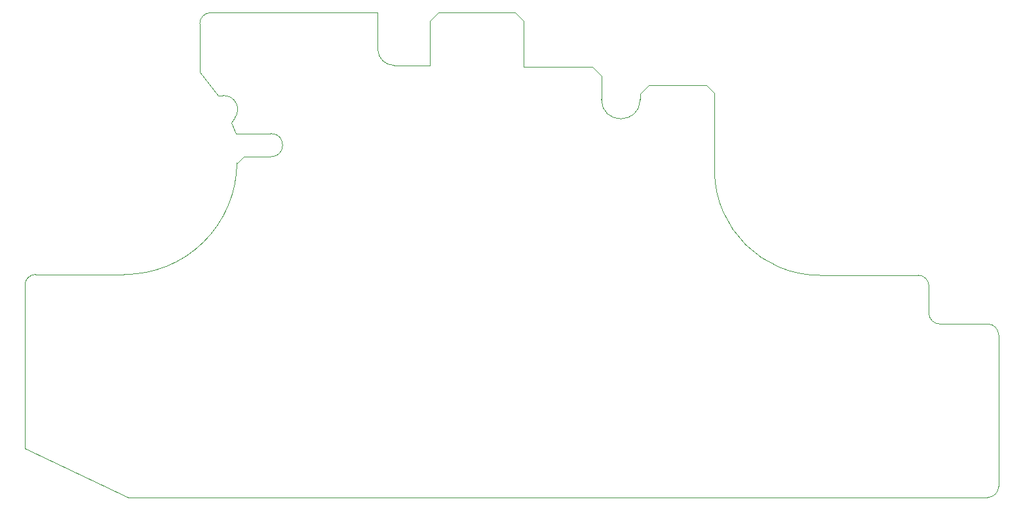
<source format=gbr>
%TF.GenerationSoftware,KiCad,Pcbnew,7.0.5*%
%TF.CreationDate,2023-08-25T10:09:24-04:00*%
%TF.ProjectId,Pro-Controller-X,50726f2d-436f-46e7-9472-6f6c6c65722d,rev?*%
%TF.SameCoordinates,Original*%
%TF.FileFunction,Profile,NP*%
%FSLAX46Y46*%
G04 Gerber Fmt 4.6, Leading zero omitted, Abs format (unit mm)*
G04 Created by KiCad (PCBNEW 7.0.5) date 2023-08-25 10:09:24*
%MOMM*%
%LPD*%
G01*
G04 APERTURE LIST*
%TA.AperFunction,Profile*%
%ADD10C,0.120000*%
%TD*%
G04 APERTURE END LIST*
D10*
%TO.C,U2*%
X225700000Y-83000000D02*
X225700000Y-102600000D01*
X224300000Y-104000000D02*
X113300000Y-104000000D01*
X218100000Y-81600000D02*
X224300000Y-81600000D01*
X216700000Y-76700000D02*
X216700000Y-80200000D01*
X202600000Y-75310051D02*
X215300000Y-75300000D01*
X189000000Y-51800000D02*
X188999982Y-61910350D01*
X189000000Y-51800000D02*
X188000000Y-50800000D01*
X180500000Y-50800000D02*
X188000000Y-50800000D01*
X179400000Y-52600000D02*
X179400000Y-51900000D01*
X179400000Y-51900000D02*
X180500000Y-50800000D01*
X174400000Y-49600000D02*
X174400000Y-52600000D01*
X174400000Y-49600000D02*
X173200000Y-48400000D01*
X164300000Y-48400000D02*
X173200000Y-48400000D01*
X164300000Y-42500000D02*
X164300000Y-48400000D01*
X164300000Y-42500000D02*
X163200000Y-41400000D01*
X153300000Y-41400000D02*
X163200000Y-41400000D01*
X152200000Y-48200000D02*
X152200000Y-42500000D01*
X152200000Y-42500000D02*
X153300000Y-41400000D01*
X147600000Y-48200000D02*
X152200000Y-48200000D01*
X145500000Y-41400000D02*
X145500000Y-46100000D01*
X131700000Y-60000000D02*
X128200000Y-60000000D01*
X131700000Y-57000000D02*
X127200000Y-57000000D01*
X127300000Y-60800000D02*
X128200000Y-60000000D01*
X127200000Y-57000000D02*
X126600000Y-55600000D01*
X126600000Y-55600000D02*
X127019907Y-54992865D01*
X125500000Y-52100000D02*
X124900000Y-52100000D01*
X123900000Y-41400000D02*
X145500000Y-41400000D01*
X122500000Y-49100000D02*
X124900000Y-52100000D01*
X122500000Y-49100000D02*
X122500000Y-42800000D01*
X113300000Y-104000000D02*
X99900000Y-97700000D01*
X101300000Y-75200000D02*
X112700000Y-75200000D01*
X99900000Y-97700000D02*
X99900000Y-76600000D01*
X224300000Y-104000000D02*
G75*
G03*
X225700000Y-102600000I-2J1400002D01*
G01*
X225700000Y-83000000D02*
G75*
G03*
X224300000Y-81600000I-1400000J0D01*
G01*
X216700000Y-80200000D02*
G75*
G03*
X218100000Y-81600000I1400000J0D01*
G01*
X216700000Y-76700000D02*
G75*
G03*
X215300000Y-75300000I-1399960J40D01*
G01*
X188999979Y-61910350D02*
G75*
G03*
X202600000Y-75310051I13598861J200640D01*
G01*
X174400000Y-52600000D02*
G75*
G03*
X179400000Y-52600000I2500000J0D01*
G01*
X145500000Y-46100000D02*
G75*
G03*
X147600000Y-48200000I2100000J0D01*
G01*
X131700000Y-60000000D02*
G75*
G03*
X131700000Y-57000000I0J1500000D01*
G01*
X112700006Y-75199185D02*
G75*
G03*
X127300000Y-60800000I108624J14491255D01*
G01*
X127019944Y-54992893D02*
G75*
G03*
X125500000Y-52100000I-1419944J1099693D01*
G01*
X123900000Y-41400000D02*
G75*
G03*
X122500000Y-42800000I0J-1400000D01*
G01*
X101300000Y-75200000D02*
G75*
G03*
X99900000Y-76600000I0J-1400000D01*
G01*
%TD*%
M02*

</source>
